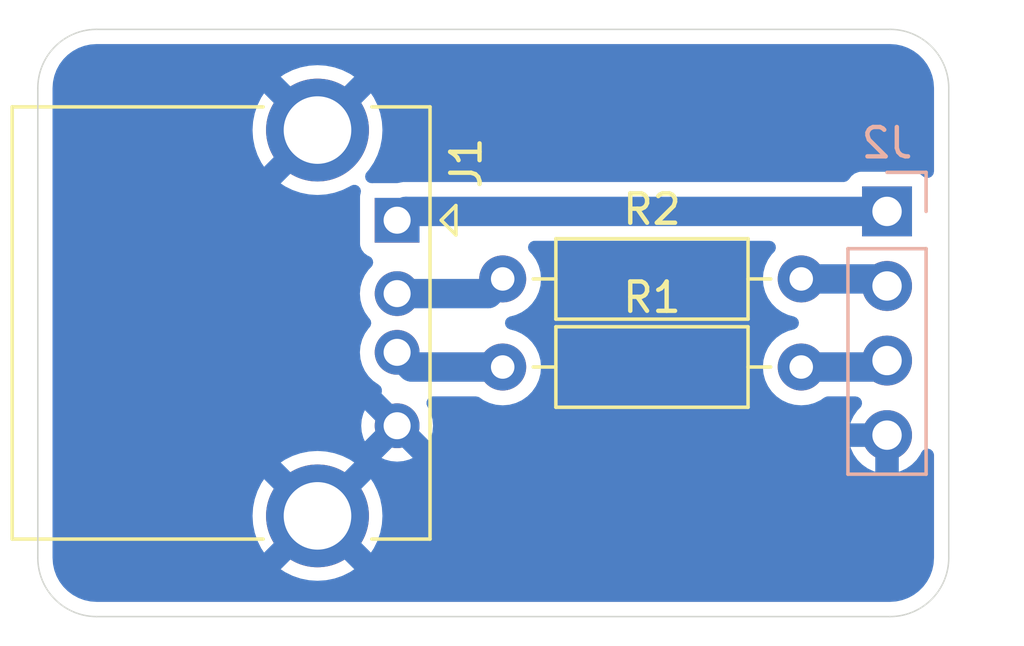
<source format=kicad_pcb>
(kicad_pcb (version 20240108) (generator "pcbnew") (generator_version "8.0")
  (title_block (title "USB A Receptical Breadboard Breaout") (date "2024-06-12") (company "Perry Leumas"))
  (layers (0 "F.Cu" signal) (31 "B.Cu" signal) (34 "B.Paste" user) (35 "F.Paste" user) (36 "B.SilkS" user "B.Silkscreen") (37 "F.SilkS" user "F.Silkscreen") (38 "B.Mask" user) (39 "F.Mask" user) (44 "Edge.Cuts" user))
  (net 0 "")
  (net 1 "GND")
  (net 2 "+5V")
  (net 3 "Net-(J1-D+)")
  (net 4 "Net-(J1-D-)")
  (net 5 "Net-(J2-Pin_2)")
  (net 6 "Net-(J2-Pin_3)")
  (footprint "Resistor_THT:R_Axial_DIN0207_L6.3mm_D2.5mm_P10.16mm_Horizontal" (layer "F.Cu") (at 130.82 70.5)
    (property "Reference" "R2" (at 5.08 -2.37 0) (layer "F.SilkS"))
    (property "Value" "22R")
    (fp_line (start 1.04 0) (end 1.81 0) (stroke (width 0.12)) (layer "F.SilkS"))
    (fp_line (start 1.81 -1.37) (end 1.81 1.37) (stroke (width 0.12)) (layer "F.SilkS"))
    (fp_line (start 1.81 1.37) (end 8.35 1.37) (stroke (width 0.12)) (layer "F.SilkS"))
    (fp_line (start 8.35 -1.37) (end 1.81 -1.37) (stroke (width 0.12)) (layer "F.SilkS"))
    (fp_line (start 8.35 1.37) (end 8.35 -1.37) (stroke (width 0.12)) (layer "F.SilkS"))
    (fp_line (start 9.12 0) (end 8.35 0) (stroke (width 0.12)) (layer "F.SilkS"))
    (pad "1" thru_hole circle (at 0 0) (size 1.6 1.6) (drill 0.8) (layers "*.Cu" "*.Mask") (net 4 "Net-(J1-D-)"))
    (pad "2" thru_hole oval (at 10.16 0) (size 1.6 1.6) (drill 0.8) (layers "*.Cu" "*.Mask") (net 5 "Net-(J2-Pin_2)"))
  )
  (footprint "Connector_USB:USB_A_CONNFLY_DS1095-WNR0" (layer "F.Cu") (at 127.2275 68.5 -90)
    (property "Reference" "J1" (at -1.95 -2.35 90) (layer "F.SilkS"))
    (property "Value" "USB_A")
    (fp_line (start -3.86 13.1) (end 10.86 13.1) (stroke (width 0.12)) (layer "F.SilkS"))
    (fp_line (start -3.86 4.56) (end -3.86 13.1) (stroke (width 0.12)) (layer "F.SilkS"))
    (fp_line (start 10.86 4.56) (end 10.86 13.1) (stroke (width 0.12)) (layer "F.SilkS"))
    (fp_line (start 10.86 0.86) (end 10.86 -1.12) (stroke (width 0.12)) (layer "F.SilkS"))
    (fp_line (start -3.86 -1.12) (end -3.86 0.86) (stroke (width 0.12)) (layer "F.SilkS"))
    (fp_line (start -3.86 -1.12) (end 10.86 -1.12) (stroke (width 0.12)) (layer "F.SilkS"))
    (fp_line (start 0 -1.5) (end 0.5 -2) (stroke (width 0.12)) (layer "F.SilkS"))
    (fp_line (start -0.5 -2) (end 0 -1.5) (stroke (width 0.12)) (layer "F.SilkS"))
    (fp_line (start 0.5 -2) (end -0.5 -2) (stroke (width 0.12)) (layer "F.SilkS"))
    (pad "1" thru_hole rect (at 0 0 270) (size 1.524 1.524) (drill 0.92) (layers "*.Cu" "*.Mask") (net 2 "+5V"))
    (pad "2" thru_hole circle (at 2.5 0 270) (size 1.524 1.524) (drill 0.92) (layers "*.Cu" "*.Mask") (net 4 "Net-(J1-D-)"))
    (pad "3" thru_hole circle (at 4.5 0 270) (size 1.524 1.524) (drill 0.92) (layers "*.Cu" "*.Mask") (net 3 "Net-(J1-D+)"))
    (pad "4" thru_hole circle (at 7 0 270) (size 1.524 1.524) (drill 0.92) (layers "*.Cu" "*.Mask") (net 1 "GND"))
    (pad "5" thru_hole circle (at -3.07 2.71 270) (size 3.5 3.5) (drill 2.3) (layers "*.Cu" "*.Mask") (net 1 "GND"))
    (pad "5" thru_hole circle (at 10.07 2.71 270) (size 3.5 3.5) (drill 2.3) (layers "*.Cu" "*.Mask") (net 1 "GND"))
  )
  (footprint "Resistor_THT:R_Axial_DIN0207_L6.3mm_D2.5mm_P10.16mm_Horizontal" (layer "F.Cu") (at 130.82 73.5)
    (property "Reference" "R1" (at 5.08 -2.37 0) (layer "F.SilkS"))
    (property "Value" "22R")
    (fp_line (start 1.04 0) (end 1.81 0) (stroke (width 0.12)) (layer "F.SilkS"))
    (fp_line (start 1.81 -1.37) (end 1.81 1.37) (stroke (width 0.12)) (layer "F.SilkS"))
    (fp_line (start 1.81 1.37) (end 8.35 1.37) (stroke (width 0.12)) (layer "F.SilkS"))
    (fp_line (start 8.35 -1.37) (end 1.81 -1.37) (stroke (width 0.12)) (layer "F.SilkS"))
    (fp_line (start 8.35 1.37) (end 8.35 -1.37) (stroke (width 0.12)) (layer "F.SilkS"))
    (fp_line (start 9.12 0) (end 8.35 0) (stroke (width 0.12)) (layer "F.SilkS"))
    (pad "1" thru_hole circle (at 0 0) (size 1.6 1.6) (drill 0.8) (layers "*.Cu" "*.Mask") (net 3 "Net-(J1-D+)"))
    (pad "2" thru_hole oval (at 10.16 0) (size 1.6 1.6) (drill 0.8) (layers "*.Cu" "*.Mask") (net 6 "Net-(J2-Pin_3)"))
  )
  (footprint "Connector_PinHeader_2.54mm:PinHeader_1x04_P2.54mm_Vertical" (layer "B.Cu") (at 143.9 68.2 180)
    (property "Reference" "J2" (at 0 2.33 0) (layer "B.SilkS") (effects (justify mirror)))
    (property "Value" "Conn_01x04")
    (fp_line (start 1.33 -1.27) (end -1.33 -1.27) (stroke (width 0.12)) (layer "B.SilkS"))
    (fp_line (start 1.33 -8.95) (end 1.33 -1.27) (stroke (width 0.12)) (layer "B.SilkS"))
    (fp_line (start 1.33 -8.95) (end -1.33 -8.95) (stroke (width 0.12)) (layer "B.SilkS"))
    (fp_line (start 0 1.33) (end -1.33 1.33) (stroke (width 0.12)) (layer "B.SilkS"))
    (fp_line (start -1.33 1.33) (end -1.33 0) (stroke (width 0.12)) (layer "B.SilkS"))
    (fp_line (start -1.33 -8.95) (end -1.33 -1.27) (stroke (width 0.12)) (layer "B.SilkS"))
    (pad "1" thru_hole rect (at 0 0 180) (size 1.7 1.7) (drill 1) (layers "*.Cu" "*.Mask") (net 2 "+5V"))
    (pad "2" thru_hole oval (at 0 -2.54 180) (size 1.7 1.7) (drill 1) (layers "*.Cu" "*.Mask") (net 5 "Net-(J2-Pin_2)"))
    (pad "3" thru_hole oval (at 0 -5.08 180) (size 1.7 1.7) (drill 1) (layers "*.Cu" "*.Mask") (net 6 "Net-(J2-Pin_3)"))
    (pad "4" thru_hole oval (at 0 -7.62 180) (size 1.7 1.7) (drill 1) (layers "*.Cu" "*.Mask") (net 1 "GND"))
  )
  (gr_line (start 146 80) (end 146 64) (stroke (width 0.05)) (layer "Edge.Cuts"))
  (gr_line (start 115 64) (end 115 80) (stroke (width 0.05)) (layer "Edge.Cuts"))
  (gr_arc (start 144 62) (mid 145.414214 62.585786) (end 146 64) (stroke (width 0.05)) (layer "Edge.Cuts"))
  (gr_arc (start 117 82) (mid 115.585786 81.414214) (end 115 80) (stroke (width 0.05)) (layer "Edge.Cuts"))
  (gr_line (start 117 82) (end 144 82) (stroke (width 0.05)) (layer "Edge.Cuts"))
  (gr_line (start 144 62) (end 117 62) (stroke (width 0.05)) (layer "Edge.Cuts"))
  (gr_arc (start 146 80) (mid 145.414214 81.414214) (end 144 82) (stroke (width 0.05)) (layer "Edge.Cuts"))
  (gr_arc (start 115 64) (mid 115.585786 62.585786) (end 117 62) (stroke (width 0.05)) (layer "Edge.Cuts"))
  (segment (start 127.5275 68.2) (end 127.2275 68.5) (width 1) (layer "B.Cu") (net 2))
  (segment (start 143.9 68.2) (end 127.5275 68.2) (width 1) (layer "B.Cu") (net 2))
  (segment (start 127.7275 73.5) (end 127.2275 73) (width 1) (layer "B.Cu") (net 3))
  (segment (start 130.82 73.5) (end 127.7275 73.5) (width 1) (layer "B.Cu") (net 3))
  (segment (start 130.32 71) (end 130.82 70.5) (width 1) (layer "B.Cu") (net 4))
  (segment (start 127.2275 71) (end 130.32 71) (width 1) (layer "B.Cu") (net 4))
  (segment (start 143.66 70.5) (end 143.9 70.74) (width 1) (layer "B.Cu") (net 5))
  (segment (start 140.98 70.5) (end 143.66 70.5) (width 1) (layer "B.Cu") (net 5))
  (segment (start 140.98 73.5) (end 143.68 73.5) (width 1) (layer "B.Cu") (net 6))
  (segment (start 143.68 73.5) (end 143.9 73.28) (width 1) (layer "B.Cu") (net 6))
  (zone (net 1) (net_name "GND") (layer "B.Cu") (connect_pads (clearance 0.5)) (min_thickness 0.456) (fill yes (thermal_gap 0.456) (thermal_bridge_width 0.8))
    (polygon (pts (xy 114 61) (xy 147 61) (xy 147 83) (xy 114 83)))
  )
)
</source>
